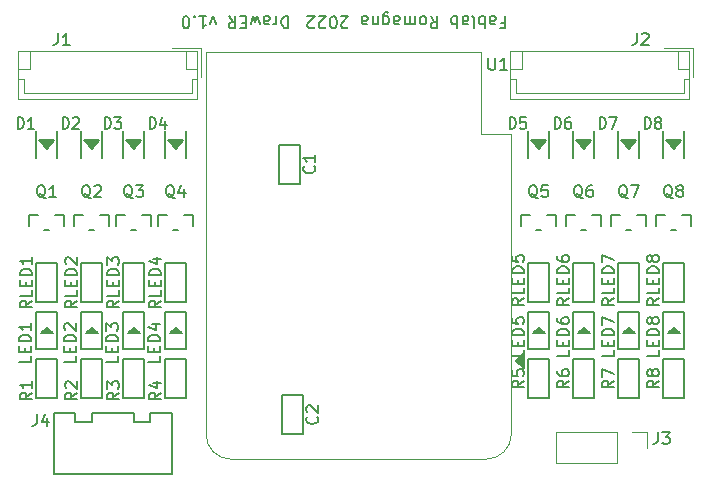
<source format=gbr>
%TF.GenerationSoftware,KiCad,Pcbnew,(5.1.10)-1*%
%TF.CreationDate,2022-04-18T16:41:03+02:00*%
%TF.ProjectId,ULN2803-Mosfet-S2-Mini,554c4e32-3830-4332-9d4d-6f736665742d,rev?*%
%TF.SameCoordinates,Original*%
%TF.FileFunction,Legend,Top*%
%TF.FilePolarity,Positive*%
%FSLAX46Y46*%
G04 Gerber Fmt 4.6, Leading zero omitted, Abs format (unit mm)*
G04 Created by KiCad (PCBNEW (5.1.10)-1) date 2022-04-18 16:41:03*
%MOMM*%
%LPD*%
G01*
G04 APERTURE LIST*
%ADD10C,0.150000*%
%ADD11C,0.120000*%
%ADD12C,0.127000*%
%ADD13C,0.066040*%
G04 APERTURE END LIST*
D10*
X59077809Y-72969428D02*
X59411142Y-72969428D01*
X59411142Y-72445619D02*
X59411142Y-73445619D01*
X58934952Y-73445619D01*
X58125428Y-72445619D02*
X58125428Y-72969428D01*
X58173047Y-73064666D01*
X58268285Y-73112285D01*
X58458761Y-73112285D01*
X58554000Y-73064666D01*
X58125428Y-72493238D02*
X58220666Y-72445619D01*
X58458761Y-72445619D01*
X58554000Y-72493238D01*
X58601619Y-72588476D01*
X58601619Y-72683714D01*
X58554000Y-72778952D01*
X58458761Y-72826571D01*
X58220666Y-72826571D01*
X58125428Y-72874190D01*
X57649238Y-72445619D02*
X57649238Y-73445619D01*
X57649238Y-73064666D02*
X57554000Y-73112285D01*
X57363523Y-73112285D01*
X57268285Y-73064666D01*
X57220666Y-73017047D01*
X57173047Y-72921809D01*
X57173047Y-72636095D01*
X57220666Y-72540857D01*
X57268285Y-72493238D01*
X57363523Y-72445619D01*
X57554000Y-72445619D01*
X57649238Y-72493238D01*
X56601619Y-72445619D02*
X56696857Y-72493238D01*
X56744476Y-72588476D01*
X56744476Y-73445619D01*
X55792095Y-72445619D02*
X55792095Y-72969428D01*
X55839714Y-73064666D01*
X55934952Y-73112285D01*
X56125428Y-73112285D01*
X56220666Y-73064666D01*
X55792095Y-72493238D02*
X55887333Y-72445619D01*
X56125428Y-72445619D01*
X56220666Y-72493238D01*
X56268285Y-72588476D01*
X56268285Y-72683714D01*
X56220666Y-72778952D01*
X56125428Y-72826571D01*
X55887333Y-72826571D01*
X55792095Y-72874190D01*
X55315904Y-72445619D02*
X55315904Y-73445619D01*
X55315904Y-73064666D02*
X55220666Y-73112285D01*
X55030190Y-73112285D01*
X54934952Y-73064666D01*
X54887333Y-73017047D01*
X54839714Y-72921809D01*
X54839714Y-72636095D01*
X54887333Y-72540857D01*
X54934952Y-72493238D01*
X55030190Y-72445619D01*
X55220666Y-72445619D01*
X55315904Y-72493238D01*
X53077809Y-72445619D02*
X53411142Y-72921809D01*
X53649238Y-72445619D02*
X53649238Y-73445619D01*
X53268285Y-73445619D01*
X53173047Y-73398000D01*
X53125428Y-73350380D01*
X53077809Y-73255142D01*
X53077809Y-73112285D01*
X53125428Y-73017047D01*
X53173047Y-72969428D01*
X53268285Y-72921809D01*
X53649238Y-72921809D01*
X52506380Y-72445619D02*
X52601619Y-72493238D01*
X52649238Y-72540857D01*
X52696857Y-72636095D01*
X52696857Y-72921809D01*
X52649238Y-73017047D01*
X52601619Y-73064666D01*
X52506380Y-73112285D01*
X52363523Y-73112285D01*
X52268285Y-73064666D01*
X52220666Y-73017047D01*
X52173047Y-72921809D01*
X52173047Y-72636095D01*
X52220666Y-72540857D01*
X52268285Y-72493238D01*
X52363523Y-72445619D01*
X52506380Y-72445619D01*
X51744476Y-72445619D02*
X51744476Y-73112285D01*
X51744476Y-73017047D02*
X51696857Y-73064666D01*
X51601619Y-73112285D01*
X51458761Y-73112285D01*
X51363523Y-73064666D01*
X51315904Y-72969428D01*
X51315904Y-72445619D01*
X51315904Y-72969428D02*
X51268285Y-73064666D01*
X51173047Y-73112285D01*
X51030190Y-73112285D01*
X50934952Y-73064666D01*
X50887333Y-72969428D01*
X50887333Y-72445619D01*
X49982571Y-72445619D02*
X49982571Y-72969428D01*
X50030190Y-73064666D01*
X50125428Y-73112285D01*
X50315904Y-73112285D01*
X50411142Y-73064666D01*
X49982571Y-72493238D02*
X50077809Y-72445619D01*
X50315904Y-72445619D01*
X50411142Y-72493238D01*
X50458761Y-72588476D01*
X50458761Y-72683714D01*
X50411142Y-72778952D01*
X50315904Y-72826571D01*
X50077809Y-72826571D01*
X49982571Y-72874190D01*
X49077809Y-73112285D02*
X49077809Y-72302761D01*
X49125428Y-72207523D01*
X49173047Y-72159904D01*
X49268285Y-72112285D01*
X49411142Y-72112285D01*
X49506380Y-72159904D01*
X49077809Y-72493238D02*
X49173047Y-72445619D01*
X49363523Y-72445619D01*
X49458761Y-72493238D01*
X49506380Y-72540857D01*
X49554000Y-72636095D01*
X49554000Y-72921809D01*
X49506380Y-73017047D01*
X49458761Y-73064666D01*
X49363523Y-73112285D01*
X49173047Y-73112285D01*
X49077809Y-73064666D01*
X48601619Y-73112285D02*
X48601619Y-72445619D01*
X48601619Y-73017047D02*
X48554000Y-73064666D01*
X48458761Y-73112285D01*
X48315904Y-73112285D01*
X48220666Y-73064666D01*
X48173047Y-72969428D01*
X48173047Y-72445619D01*
X47268285Y-72445619D02*
X47268285Y-72969428D01*
X47315904Y-73064666D01*
X47411142Y-73112285D01*
X47601619Y-73112285D01*
X47696857Y-73064666D01*
X47268285Y-72493238D02*
X47363523Y-72445619D01*
X47601619Y-72445619D01*
X47696857Y-72493238D01*
X47744476Y-72588476D01*
X47744476Y-72683714D01*
X47696857Y-72778952D01*
X47601619Y-72826571D01*
X47363523Y-72826571D01*
X47268285Y-72874190D01*
X46077809Y-73350380D02*
X46030190Y-73398000D01*
X45934952Y-73445619D01*
X45696857Y-73445619D01*
X45601619Y-73398000D01*
X45554000Y-73350380D01*
X45506380Y-73255142D01*
X45506380Y-73159904D01*
X45554000Y-73017047D01*
X46125428Y-72445619D01*
X45506380Y-72445619D01*
X44887333Y-73445619D02*
X44792095Y-73445619D01*
X44696857Y-73398000D01*
X44649238Y-73350380D01*
X44601619Y-73255142D01*
X44554000Y-73064666D01*
X44554000Y-72826571D01*
X44601619Y-72636095D01*
X44649238Y-72540857D01*
X44696857Y-72493238D01*
X44792095Y-72445619D01*
X44887333Y-72445619D01*
X44982571Y-72493238D01*
X45030190Y-72540857D01*
X45077809Y-72636095D01*
X45125428Y-72826571D01*
X45125428Y-73064666D01*
X45077809Y-73255142D01*
X45030190Y-73350380D01*
X44982571Y-73398000D01*
X44887333Y-73445619D01*
X44173047Y-73350380D02*
X44125428Y-73398000D01*
X44030190Y-73445619D01*
X43792095Y-73445619D01*
X43696857Y-73398000D01*
X43649238Y-73350380D01*
X43601619Y-73255142D01*
X43601619Y-73159904D01*
X43649238Y-73017047D01*
X44220666Y-72445619D01*
X43601619Y-72445619D01*
X43220666Y-73350380D02*
X43173047Y-73398000D01*
X43077809Y-73445619D01*
X42839714Y-73445619D01*
X42744476Y-73398000D01*
X42696857Y-73350380D01*
X42649238Y-73255142D01*
X42649238Y-73159904D01*
X42696857Y-73017047D01*
X43268285Y-72445619D01*
X42649238Y-72445619D01*
X41028380Y-72445619D02*
X41028380Y-73445619D01*
X40790285Y-73445619D01*
X40647428Y-73398000D01*
X40552190Y-73302761D01*
X40504571Y-73207523D01*
X40456952Y-73017047D01*
X40456952Y-72874190D01*
X40504571Y-72683714D01*
X40552190Y-72588476D01*
X40647428Y-72493238D01*
X40790285Y-72445619D01*
X41028380Y-72445619D01*
X40028380Y-72445619D02*
X40028380Y-73112285D01*
X40028380Y-72921809D02*
X39980761Y-73017047D01*
X39933142Y-73064666D01*
X39837904Y-73112285D01*
X39742666Y-73112285D01*
X38980761Y-72445619D02*
X38980761Y-72969428D01*
X39028380Y-73064666D01*
X39123619Y-73112285D01*
X39314095Y-73112285D01*
X39409333Y-73064666D01*
X38980761Y-72493238D02*
X39076000Y-72445619D01*
X39314095Y-72445619D01*
X39409333Y-72493238D01*
X39456952Y-72588476D01*
X39456952Y-72683714D01*
X39409333Y-72778952D01*
X39314095Y-72826571D01*
X39076000Y-72826571D01*
X38980761Y-72874190D01*
X38599809Y-73112285D02*
X38409333Y-72445619D01*
X38218857Y-72921809D01*
X38028380Y-72445619D01*
X37837904Y-73112285D01*
X37456952Y-72969428D02*
X37123619Y-72969428D01*
X36980761Y-72445619D02*
X37456952Y-72445619D01*
X37456952Y-73445619D01*
X36980761Y-73445619D01*
X35980761Y-72445619D02*
X36314095Y-72921809D01*
X36552190Y-72445619D02*
X36552190Y-73445619D01*
X36171238Y-73445619D01*
X36076000Y-73398000D01*
X36028380Y-73350380D01*
X35980761Y-73255142D01*
X35980761Y-73112285D01*
X36028380Y-73017047D01*
X36076000Y-72969428D01*
X36171238Y-72921809D01*
X36552190Y-72921809D01*
X34885523Y-73112285D02*
X34647428Y-72445619D01*
X34409333Y-73112285D01*
X33504571Y-72445619D02*
X34076000Y-72445619D01*
X33790285Y-72445619D02*
X33790285Y-73445619D01*
X33885523Y-73302761D01*
X33980761Y-73207523D01*
X34076000Y-73159904D01*
X33076000Y-72540857D02*
X33028380Y-72493238D01*
X33076000Y-72445619D01*
X33123619Y-72493238D01*
X33076000Y-72540857D01*
X33076000Y-72445619D01*
X32409333Y-73445619D02*
X32314095Y-73445619D01*
X32218857Y-73398000D01*
X32171238Y-73350380D01*
X32123619Y-73255142D01*
X32076000Y-73064666D01*
X32076000Y-72826571D01*
X32123619Y-72636095D01*
X32171238Y-72540857D01*
X32218857Y-72493238D01*
X32314095Y-72445619D01*
X32409333Y-72445619D01*
X32504571Y-72493238D01*
X32552190Y-72540857D01*
X32599809Y-72636095D01*
X32647428Y-72826571D01*
X32647428Y-73064666D01*
X32599809Y-73255142D01*
X32552190Y-73350380D01*
X32504571Y-73398000D01*
X32409333Y-73445619D01*
D11*
%TO.C,U1*%
X57380000Y-75480000D02*
X34060000Y-75480000D01*
X59920000Y-82380000D02*
X59920000Y-107810000D01*
X34060000Y-75480000D02*
X34060000Y-107810000D01*
X36180000Y-109940000D02*
X57790000Y-109940000D01*
D10*
G36*
X60960000Y-102235000D02*
G01*
X60960000Y-100965000D01*
X60325000Y-101600000D01*
X60960000Y-102235000D01*
G37*
X60960000Y-102235000D02*
X60960000Y-100965000D01*
X60325000Y-101600000D01*
X60960000Y-102235000D01*
D11*
X59920000Y-82380000D02*
X57380000Y-82380000D01*
X57380000Y-82380000D02*
X57380000Y-75480000D01*
X36190000Y-109940000D02*
G75*
G02*
X34060000Y-107810000I0J2130000D01*
G01*
X59920000Y-107810000D02*
G75*
G02*
X57790000Y-109940000I-2130000J0D01*
G01*
D12*
%TO.C,J4*%
X31162860Y-106016000D02*
X29362000Y-106016000D01*
X29337000Y-106016000D02*
X29337000Y-106807000D01*
X29337000Y-106807000D02*
X27940000Y-106807000D01*
X27940000Y-106807000D02*
X27940000Y-106016000D01*
X27943000Y-106016000D02*
X24387000Y-106016000D01*
X24387000Y-106016000D02*
X24387000Y-106807000D01*
X24384000Y-106807000D02*
X22987000Y-106807000D01*
X22987000Y-106807000D02*
X22987000Y-106016000D01*
X22987000Y-106016000D02*
X21162000Y-106016000D01*
X31160720Y-111165640D02*
X21163280Y-111165640D01*
X21162000Y-106016000D02*
X21162000Y-111165640D01*
X31160720Y-111165640D02*
X31160720Y-106016000D01*
X31160720Y-109964220D02*
X31160720Y-107967780D01*
D11*
%TO.C,J3*%
X71434000Y-107636000D02*
X71434000Y-108966000D01*
X70104000Y-107636000D02*
X71434000Y-107636000D01*
X68834000Y-107636000D02*
X68834000Y-110296000D01*
X68834000Y-110296000D02*
X63694000Y-110296000D01*
X68834000Y-107636000D02*
X63694000Y-107636000D01*
X63694000Y-107636000D02*
X63694000Y-110296000D01*
D12*
%TO.C,C1*%
X42037000Y-83313000D02*
X42037000Y-86615000D01*
X40259000Y-83313000D02*
X42037000Y-83313000D01*
X40259000Y-86615000D02*
X40259000Y-83313000D01*
X42037000Y-86615000D02*
X40259000Y-86615000D01*
D11*
%TO.C,J1*%
X33344000Y-79434000D02*
X33344000Y-75414000D01*
X33344000Y-75414000D02*
X18124000Y-75414000D01*
X18124000Y-75414000D02*
X18124000Y-79434000D01*
X18124000Y-79434000D02*
X33344000Y-79434000D01*
X33344000Y-77724000D02*
X32844000Y-77724000D01*
X32844000Y-77724000D02*
X32844000Y-78934000D01*
X32844000Y-78934000D02*
X18624000Y-78934000D01*
X18624000Y-78934000D02*
X18624000Y-77724000D01*
X18624000Y-77724000D02*
X18124000Y-77724000D01*
X33344000Y-76914000D02*
X32344000Y-76914000D01*
X32344000Y-76914000D02*
X32344000Y-75414000D01*
X18124000Y-76914000D02*
X19124000Y-76914000D01*
X19124000Y-76914000D02*
X19124000Y-75414000D01*
X33644000Y-77614000D02*
X33644000Y-75114000D01*
X33644000Y-75114000D02*
X31144000Y-75114000D01*
D12*
%TO.C,RLED4*%
X30607000Y-96647000D02*
X30607000Y-93345000D01*
X32385000Y-96647000D02*
X30607000Y-96647000D01*
X32385000Y-93345000D02*
X32385000Y-96647000D01*
X30607000Y-93345000D02*
X32385000Y-93345000D01*
%TO.C,RLED2*%
X23495000Y-96647000D02*
X23495000Y-93345000D01*
X25273000Y-96647000D02*
X23495000Y-96647000D01*
X25273000Y-93345000D02*
X25273000Y-96647000D01*
X23495000Y-93345000D02*
X25273000Y-93345000D01*
%TO.C,RLED3*%
X27051000Y-96647000D02*
X27051000Y-93345000D01*
X28829000Y-96647000D02*
X27051000Y-96647000D01*
X28829000Y-93345000D02*
X28829000Y-96647000D01*
X27051000Y-93345000D02*
X28829000Y-93345000D01*
%TO.C,R3*%
X27051000Y-104775000D02*
X27051000Y-101473000D01*
X28829000Y-104775000D02*
X27051000Y-104775000D01*
X28829000Y-101473000D02*
X28829000Y-104775000D01*
X27051000Y-101473000D02*
X28829000Y-101473000D01*
%TO.C,RLED1*%
X19685000Y-96647000D02*
X19685000Y-93345000D01*
X21463000Y-96647000D02*
X19685000Y-96647000D01*
X21463000Y-93345000D02*
X21463000Y-96647000D01*
X19685000Y-93345000D02*
X21463000Y-93345000D01*
%TO.C,R2*%
X23495000Y-104775000D02*
X23495000Y-101473000D01*
X25273000Y-104775000D02*
X23495000Y-104775000D01*
X25273000Y-101473000D02*
X25273000Y-104775000D01*
X23495000Y-101473000D02*
X25273000Y-101473000D01*
%TO.C,R1*%
X19685000Y-104775000D02*
X19685000Y-101473000D01*
X21463000Y-104775000D02*
X19685000Y-104775000D01*
X21463000Y-101473000D02*
X21463000Y-104775000D01*
X19685000Y-101473000D02*
X21463000Y-101473000D01*
%TO.C,Q4*%
X31305500Y-90551000D02*
X31686500Y-90551000D01*
X32956500Y-90170000D02*
X32956500Y-89281000D01*
X32956500Y-89281000D02*
X32194500Y-89281000D01*
X30797500Y-89281000D02*
X30035500Y-89281000D01*
X30035500Y-89281000D02*
X30035500Y-90170000D01*
%TO.C,Q2*%
X24193500Y-90551000D02*
X24574500Y-90551000D01*
X25844500Y-90170000D02*
X25844500Y-89281000D01*
X25844500Y-89281000D02*
X25082500Y-89281000D01*
X23685500Y-89281000D02*
X22923500Y-89281000D01*
X22923500Y-89281000D02*
X22923500Y-90170000D01*
%TO.C,Q1*%
X20383500Y-90551000D02*
X20764500Y-90551000D01*
X22034500Y-90170000D02*
X22034500Y-89281000D01*
X22034500Y-89281000D02*
X21272500Y-89281000D01*
X19875500Y-89281000D02*
X19113500Y-89281000D01*
X19113500Y-89281000D02*
X19113500Y-90170000D01*
D13*
%TO.C,LED2*%
X25273000Y-100647500D02*
X25273000Y-97472500D01*
X25273000Y-97472500D02*
X23495000Y-97472500D01*
X23495000Y-100647500D02*
X23495000Y-97472500D01*
X25273000Y-100647500D02*
X23495000Y-100647500D01*
D12*
X23495000Y-97472500D02*
X25273000Y-97472500D01*
X25273000Y-97472500D02*
X25273000Y-100647500D01*
X25273000Y-100647500D02*
X23495000Y-100647500D01*
X23495000Y-100647500D02*
X23495000Y-97472500D01*
X23876000Y-99250500D02*
X24130000Y-99250500D01*
X24130000Y-99250500D02*
X24384000Y-99250500D01*
X24384000Y-99250500D02*
X24638000Y-99250500D01*
X24638000Y-99250500D02*
X24892000Y-99250500D01*
X24892000Y-99250500D02*
X24638000Y-99060000D01*
X24638000Y-99060000D02*
X24384000Y-98869500D01*
X24384000Y-98869500D02*
X23876000Y-99250500D01*
X23876000Y-99250500D02*
X24447500Y-98933000D01*
X24447500Y-98933000D02*
X24130000Y-99250500D01*
X24130000Y-99250500D02*
X24511000Y-98996500D01*
X24511000Y-98996500D02*
X24384000Y-99250500D01*
X24384000Y-99250500D02*
X24638000Y-99060000D01*
X24638000Y-99060000D02*
X24638000Y-99250500D01*
%TO.C,D2*%
X24511000Y-83185000D02*
X24384000Y-83185000D01*
X24257000Y-83058000D02*
X24511000Y-83185000D01*
X24384000Y-83312000D02*
X24257000Y-83058000D01*
X24511000Y-83185000D02*
X24384000Y-83312000D01*
X24638000Y-83058000D02*
X24511000Y-83185000D01*
X24257000Y-83058000D02*
X24638000Y-83058000D01*
X24130000Y-83058000D02*
X24257000Y-83058000D01*
X24384000Y-83439000D02*
X24130000Y-83058000D01*
X24765000Y-83058000D02*
X24384000Y-83439000D01*
X24003000Y-82931000D02*
X24765000Y-83058000D01*
X24384000Y-83566000D02*
X24003000Y-82931000D01*
X24892000Y-83058000D02*
X24384000Y-83566000D01*
X23876000Y-82931000D02*
X24892000Y-83058000D01*
X24384000Y-83693000D02*
X23876000Y-82931000D01*
X25019000Y-82931000D02*
X24384000Y-83693000D01*
X24003000Y-82931000D02*
X25019000Y-82931000D01*
X23876000Y-82931000D02*
X24003000Y-82931000D01*
X23749000Y-82931000D02*
X23876000Y-82931000D01*
X24384000Y-83693000D02*
X23749000Y-82931000D01*
X23495000Y-84455000D02*
X23495000Y-82169000D01*
X25273000Y-82169000D02*
X25273000Y-84455000D01*
D13*
%TO.C,LED1*%
X21463000Y-100647500D02*
X21463000Y-97472500D01*
X21463000Y-97472500D02*
X19685000Y-97472500D01*
X19685000Y-100647500D02*
X19685000Y-97472500D01*
X21463000Y-100647500D02*
X19685000Y-100647500D01*
D12*
X19685000Y-97472500D02*
X21463000Y-97472500D01*
X21463000Y-97472500D02*
X21463000Y-100647500D01*
X21463000Y-100647500D02*
X19685000Y-100647500D01*
X19685000Y-100647500D02*
X19685000Y-97472500D01*
X20066000Y-99250500D02*
X20320000Y-99250500D01*
X20320000Y-99250500D02*
X20574000Y-99250500D01*
X20574000Y-99250500D02*
X20828000Y-99250500D01*
X20828000Y-99250500D02*
X21082000Y-99250500D01*
X21082000Y-99250500D02*
X20828000Y-99060000D01*
X20828000Y-99060000D02*
X20574000Y-98869500D01*
X20574000Y-98869500D02*
X20066000Y-99250500D01*
X20066000Y-99250500D02*
X20637500Y-98933000D01*
X20637500Y-98933000D02*
X20320000Y-99250500D01*
X20320000Y-99250500D02*
X20701000Y-98996500D01*
X20701000Y-98996500D02*
X20574000Y-99250500D01*
X20574000Y-99250500D02*
X20828000Y-99060000D01*
X20828000Y-99060000D02*
X20828000Y-99250500D01*
%TO.C,D4*%
X31623000Y-83185000D02*
X31496000Y-83185000D01*
X31369000Y-83058000D02*
X31623000Y-83185000D01*
X31496000Y-83312000D02*
X31369000Y-83058000D01*
X31623000Y-83185000D02*
X31496000Y-83312000D01*
X31750000Y-83058000D02*
X31623000Y-83185000D01*
X31369000Y-83058000D02*
X31750000Y-83058000D01*
X31242000Y-83058000D02*
X31369000Y-83058000D01*
X31496000Y-83439000D02*
X31242000Y-83058000D01*
X31877000Y-83058000D02*
X31496000Y-83439000D01*
X31115000Y-82931000D02*
X31877000Y-83058000D01*
X31496000Y-83566000D02*
X31115000Y-82931000D01*
X32004000Y-83058000D02*
X31496000Y-83566000D01*
X30988000Y-82931000D02*
X32004000Y-83058000D01*
X31496000Y-83693000D02*
X30988000Y-82931000D01*
X32131000Y-82931000D02*
X31496000Y-83693000D01*
X31115000Y-82931000D02*
X32131000Y-82931000D01*
X30988000Y-82931000D02*
X31115000Y-82931000D01*
X30861000Y-82931000D02*
X30988000Y-82931000D01*
X31496000Y-83693000D02*
X30861000Y-82931000D01*
X30607000Y-84455000D02*
X30607000Y-82169000D01*
X32385000Y-82169000D02*
X32385000Y-84455000D01*
%TO.C,D3*%
X28067000Y-83185000D02*
X27940000Y-83185000D01*
X27813000Y-83058000D02*
X28067000Y-83185000D01*
X27940000Y-83312000D02*
X27813000Y-83058000D01*
X28067000Y-83185000D02*
X27940000Y-83312000D01*
X28194000Y-83058000D02*
X28067000Y-83185000D01*
X27813000Y-83058000D02*
X28194000Y-83058000D01*
X27686000Y-83058000D02*
X27813000Y-83058000D01*
X27940000Y-83439000D02*
X27686000Y-83058000D01*
X28321000Y-83058000D02*
X27940000Y-83439000D01*
X27559000Y-82931000D02*
X28321000Y-83058000D01*
X27940000Y-83566000D02*
X27559000Y-82931000D01*
X28448000Y-83058000D02*
X27940000Y-83566000D01*
X27432000Y-82931000D02*
X28448000Y-83058000D01*
X27940000Y-83693000D02*
X27432000Y-82931000D01*
X28575000Y-82931000D02*
X27940000Y-83693000D01*
X27559000Y-82931000D02*
X28575000Y-82931000D01*
X27432000Y-82931000D02*
X27559000Y-82931000D01*
X27305000Y-82931000D02*
X27432000Y-82931000D01*
X27940000Y-83693000D02*
X27305000Y-82931000D01*
X27051000Y-84455000D02*
X27051000Y-82169000D01*
X28829000Y-82169000D02*
X28829000Y-84455000D01*
%TO.C,D1*%
X20701000Y-83185000D02*
X20574000Y-83185000D01*
X20447000Y-83058000D02*
X20701000Y-83185000D01*
X20574000Y-83312000D02*
X20447000Y-83058000D01*
X20701000Y-83185000D02*
X20574000Y-83312000D01*
X20828000Y-83058000D02*
X20701000Y-83185000D01*
X20447000Y-83058000D02*
X20828000Y-83058000D01*
X20320000Y-83058000D02*
X20447000Y-83058000D01*
X20574000Y-83439000D02*
X20320000Y-83058000D01*
X20955000Y-83058000D02*
X20574000Y-83439000D01*
X20193000Y-82931000D02*
X20955000Y-83058000D01*
X20574000Y-83566000D02*
X20193000Y-82931000D01*
X21082000Y-83058000D02*
X20574000Y-83566000D01*
X20066000Y-82931000D02*
X21082000Y-83058000D01*
X20574000Y-83693000D02*
X20066000Y-82931000D01*
X21209000Y-82931000D02*
X20574000Y-83693000D01*
X20193000Y-82931000D02*
X21209000Y-82931000D01*
X20066000Y-82931000D02*
X20193000Y-82931000D01*
X19939000Y-82931000D02*
X20066000Y-82931000D01*
X20574000Y-83693000D02*
X19939000Y-82931000D01*
X19685000Y-84455000D02*
X19685000Y-82169000D01*
X21463000Y-82169000D02*
X21463000Y-84455000D01*
D13*
%TO.C,LED4*%
X32385000Y-100647500D02*
X32385000Y-97472500D01*
X32385000Y-97472500D02*
X30607000Y-97472500D01*
X30607000Y-100647500D02*
X30607000Y-97472500D01*
X32385000Y-100647500D02*
X30607000Y-100647500D01*
D12*
X30607000Y-97472500D02*
X32385000Y-97472500D01*
X32385000Y-97472500D02*
X32385000Y-100647500D01*
X32385000Y-100647500D02*
X30607000Y-100647500D01*
X30607000Y-100647500D02*
X30607000Y-97472500D01*
X30988000Y-99250500D02*
X31242000Y-99250500D01*
X31242000Y-99250500D02*
X31496000Y-99250500D01*
X31496000Y-99250500D02*
X31750000Y-99250500D01*
X31750000Y-99250500D02*
X32004000Y-99250500D01*
X32004000Y-99250500D02*
X31750000Y-99060000D01*
X31750000Y-99060000D02*
X31496000Y-98869500D01*
X31496000Y-98869500D02*
X30988000Y-99250500D01*
X30988000Y-99250500D02*
X31559500Y-98933000D01*
X31559500Y-98933000D02*
X31242000Y-99250500D01*
X31242000Y-99250500D02*
X31623000Y-98996500D01*
X31623000Y-98996500D02*
X31496000Y-99250500D01*
X31496000Y-99250500D02*
X31750000Y-99060000D01*
X31750000Y-99060000D02*
X31750000Y-99250500D01*
%TO.C,R4*%
X30607000Y-104775000D02*
X30607000Y-101473000D01*
X32385000Y-104775000D02*
X30607000Y-104775000D01*
X32385000Y-101473000D02*
X32385000Y-104775000D01*
X30607000Y-101473000D02*
X32385000Y-101473000D01*
%TO.C,Q3*%
X27749500Y-90551000D02*
X28130500Y-90551000D01*
X29400500Y-90170000D02*
X29400500Y-89281000D01*
X29400500Y-89281000D02*
X28638500Y-89281000D01*
X27241500Y-89281000D02*
X26479500Y-89281000D01*
X26479500Y-89281000D02*
X26479500Y-90170000D01*
D13*
%TO.C,LED3*%
X28829000Y-100647500D02*
X28829000Y-97472500D01*
X28829000Y-97472500D02*
X27051000Y-97472500D01*
X27051000Y-100647500D02*
X27051000Y-97472500D01*
X28829000Y-100647500D02*
X27051000Y-100647500D01*
D12*
X27051000Y-97472500D02*
X28829000Y-97472500D01*
X28829000Y-97472500D02*
X28829000Y-100647500D01*
X28829000Y-100647500D02*
X27051000Y-100647500D01*
X27051000Y-100647500D02*
X27051000Y-97472500D01*
X27432000Y-99250500D02*
X27686000Y-99250500D01*
X27686000Y-99250500D02*
X27940000Y-99250500D01*
X27940000Y-99250500D02*
X28194000Y-99250500D01*
X28194000Y-99250500D02*
X28448000Y-99250500D01*
X28448000Y-99250500D02*
X28194000Y-99060000D01*
X28194000Y-99060000D02*
X27940000Y-98869500D01*
X27940000Y-98869500D02*
X27432000Y-99250500D01*
X27432000Y-99250500D02*
X28003500Y-98933000D01*
X28003500Y-98933000D02*
X27686000Y-99250500D01*
X27686000Y-99250500D02*
X28067000Y-98996500D01*
X28067000Y-98996500D02*
X27940000Y-99250500D01*
X27940000Y-99250500D02*
X28194000Y-99060000D01*
X28194000Y-99060000D02*
X28194000Y-99250500D01*
D11*
%TO.C,J2*%
X75000000Y-79434000D02*
X75000000Y-75414000D01*
X75000000Y-75414000D02*
X59780000Y-75414000D01*
X59780000Y-75414000D02*
X59780000Y-79434000D01*
X59780000Y-79434000D02*
X75000000Y-79434000D01*
X75000000Y-77724000D02*
X74500000Y-77724000D01*
X74500000Y-77724000D02*
X74500000Y-78934000D01*
X74500000Y-78934000D02*
X60280000Y-78934000D01*
X60280000Y-78934000D02*
X60280000Y-77724000D01*
X60280000Y-77724000D02*
X59780000Y-77724000D01*
X75000000Y-76914000D02*
X74000000Y-76914000D01*
X74000000Y-76914000D02*
X74000000Y-75414000D01*
X59780000Y-76914000D02*
X60780000Y-76914000D01*
X60780000Y-76914000D02*
X60780000Y-75414000D01*
X75300000Y-77614000D02*
X75300000Y-75114000D01*
X75300000Y-75114000D02*
X72800000Y-75114000D01*
D12*
%TO.C,D5*%
X63119000Y-82169000D02*
X63119000Y-84455000D01*
X61341000Y-84455000D02*
X61341000Y-82169000D01*
X62230000Y-83693000D02*
X61595000Y-82931000D01*
X61595000Y-82931000D02*
X61722000Y-82931000D01*
X61722000Y-82931000D02*
X61849000Y-82931000D01*
X61849000Y-82931000D02*
X62865000Y-82931000D01*
X62865000Y-82931000D02*
X62230000Y-83693000D01*
X62230000Y-83693000D02*
X61722000Y-82931000D01*
X61722000Y-82931000D02*
X62738000Y-83058000D01*
X62738000Y-83058000D02*
X62230000Y-83566000D01*
X62230000Y-83566000D02*
X61849000Y-82931000D01*
X61849000Y-82931000D02*
X62611000Y-83058000D01*
X62611000Y-83058000D02*
X62230000Y-83439000D01*
X62230000Y-83439000D02*
X61976000Y-83058000D01*
X61976000Y-83058000D02*
X62103000Y-83058000D01*
X62103000Y-83058000D02*
X62484000Y-83058000D01*
X62484000Y-83058000D02*
X62357000Y-83185000D01*
X62357000Y-83185000D02*
X62230000Y-83312000D01*
X62230000Y-83312000D02*
X62103000Y-83058000D01*
X62103000Y-83058000D02*
X62357000Y-83185000D01*
X62357000Y-83185000D02*
X62230000Y-83185000D01*
%TO.C,C2*%
X42291000Y-107823000D02*
X40513000Y-107823000D01*
X40513000Y-107823000D02*
X40513000Y-104521000D01*
X40513000Y-104521000D02*
X42291000Y-104521000D01*
X42291000Y-104521000D02*
X42291000Y-107823000D01*
%TO.C,D7*%
X70739000Y-82169000D02*
X70739000Y-84455000D01*
X68961000Y-84455000D02*
X68961000Y-82169000D01*
X69850000Y-83693000D02*
X69215000Y-82931000D01*
X69215000Y-82931000D02*
X69342000Y-82931000D01*
X69342000Y-82931000D02*
X69469000Y-82931000D01*
X69469000Y-82931000D02*
X70485000Y-82931000D01*
X70485000Y-82931000D02*
X69850000Y-83693000D01*
X69850000Y-83693000D02*
X69342000Y-82931000D01*
X69342000Y-82931000D02*
X70358000Y-83058000D01*
X70358000Y-83058000D02*
X69850000Y-83566000D01*
X69850000Y-83566000D02*
X69469000Y-82931000D01*
X69469000Y-82931000D02*
X70231000Y-83058000D01*
X70231000Y-83058000D02*
X69850000Y-83439000D01*
X69850000Y-83439000D02*
X69596000Y-83058000D01*
X69596000Y-83058000D02*
X69723000Y-83058000D01*
X69723000Y-83058000D02*
X70104000Y-83058000D01*
X70104000Y-83058000D02*
X69977000Y-83185000D01*
X69977000Y-83185000D02*
X69850000Y-83312000D01*
X69850000Y-83312000D02*
X69723000Y-83058000D01*
X69723000Y-83058000D02*
X69977000Y-83185000D01*
X69977000Y-83185000D02*
X69850000Y-83185000D01*
%TO.C,D8*%
X74549000Y-82169000D02*
X74549000Y-84455000D01*
X72771000Y-84455000D02*
X72771000Y-82169000D01*
X73660000Y-83693000D02*
X73025000Y-82931000D01*
X73025000Y-82931000D02*
X73152000Y-82931000D01*
X73152000Y-82931000D02*
X73279000Y-82931000D01*
X73279000Y-82931000D02*
X74295000Y-82931000D01*
X74295000Y-82931000D02*
X73660000Y-83693000D01*
X73660000Y-83693000D02*
X73152000Y-82931000D01*
X73152000Y-82931000D02*
X74168000Y-83058000D01*
X74168000Y-83058000D02*
X73660000Y-83566000D01*
X73660000Y-83566000D02*
X73279000Y-82931000D01*
X73279000Y-82931000D02*
X74041000Y-83058000D01*
X74041000Y-83058000D02*
X73660000Y-83439000D01*
X73660000Y-83439000D02*
X73406000Y-83058000D01*
X73406000Y-83058000D02*
X73533000Y-83058000D01*
X73533000Y-83058000D02*
X73914000Y-83058000D01*
X73914000Y-83058000D02*
X73787000Y-83185000D01*
X73787000Y-83185000D02*
X73660000Y-83312000D01*
X73660000Y-83312000D02*
X73533000Y-83058000D01*
X73533000Y-83058000D02*
X73787000Y-83185000D01*
X73787000Y-83185000D02*
X73660000Y-83185000D01*
%TO.C,D6*%
X66929000Y-82169000D02*
X66929000Y-84455000D01*
X65151000Y-84455000D02*
X65151000Y-82169000D01*
X66040000Y-83693000D02*
X65405000Y-82931000D01*
X65405000Y-82931000D02*
X65532000Y-82931000D01*
X65532000Y-82931000D02*
X65659000Y-82931000D01*
X65659000Y-82931000D02*
X66675000Y-82931000D01*
X66675000Y-82931000D02*
X66040000Y-83693000D01*
X66040000Y-83693000D02*
X65532000Y-82931000D01*
X65532000Y-82931000D02*
X66548000Y-83058000D01*
X66548000Y-83058000D02*
X66040000Y-83566000D01*
X66040000Y-83566000D02*
X65659000Y-82931000D01*
X65659000Y-82931000D02*
X66421000Y-83058000D01*
X66421000Y-83058000D02*
X66040000Y-83439000D01*
X66040000Y-83439000D02*
X65786000Y-83058000D01*
X65786000Y-83058000D02*
X65913000Y-83058000D01*
X65913000Y-83058000D02*
X66294000Y-83058000D01*
X66294000Y-83058000D02*
X66167000Y-83185000D01*
X66167000Y-83185000D02*
X66040000Y-83312000D01*
X66040000Y-83312000D02*
X65913000Y-83058000D01*
X65913000Y-83058000D02*
X66167000Y-83185000D01*
X66167000Y-83185000D02*
X66040000Y-83185000D01*
%TO.C,LED5*%
X62484000Y-99060000D02*
X62484000Y-99250500D01*
X62230000Y-99250500D02*
X62484000Y-99060000D01*
X62357000Y-98996500D02*
X62230000Y-99250500D01*
X61976000Y-99250500D02*
X62357000Y-98996500D01*
X62293500Y-98933000D02*
X61976000Y-99250500D01*
X61722000Y-99250500D02*
X62293500Y-98933000D01*
X62230000Y-98869500D02*
X61722000Y-99250500D01*
X62484000Y-99060000D02*
X62230000Y-98869500D01*
X62738000Y-99250500D02*
X62484000Y-99060000D01*
X62484000Y-99250500D02*
X62738000Y-99250500D01*
X62230000Y-99250500D02*
X62484000Y-99250500D01*
X61976000Y-99250500D02*
X62230000Y-99250500D01*
X61722000Y-99250500D02*
X61976000Y-99250500D01*
X61341000Y-100647500D02*
X61341000Y-97472500D01*
X63119000Y-100647500D02*
X61341000Y-100647500D01*
X63119000Y-97472500D02*
X63119000Y-100647500D01*
X61341000Y-97472500D02*
X63119000Y-97472500D01*
D13*
X63119000Y-100647500D02*
X61341000Y-100647500D01*
X61341000Y-100647500D02*
X61341000Y-97472500D01*
X63119000Y-97472500D02*
X61341000Y-97472500D01*
X63119000Y-100647500D02*
X63119000Y-97472500D01*
D12*
%TO.C,LED6*%
X66294000Y-99060000D02*
X66294000Y-99250500D01*
X66040000Y-99250500D02*
X66294000Y-99060000D01*
X66167000Y-98996500D02*
X66040000Y-99250500D01*
X65786000Y-99250500D02*
X66167000Y-98996500D01*
X66103500Y-98933000D02*
X65786000Y-99250500D01*
X65532000Y-99250500D02*
X66103500Y-98933000D01*
X66040000Y-98869500D02*
X65532000Y-99250500D01*
X66294000Y-99060000D02*
X66040000Y-98869500D01*
X66548000Y-99250500D02*
X66294000Y-99060000D01*
X66294000Y-99250500D02*
X66548000Y-99250500D01*
X66040000Y-99250500D02*
X66294000Y-99250500D01*
X65786000Y-99250500D02*
X66040000Y-99250500D01*
X65532000Y-99250500D02*
X65786000Y-99250500D01*
X65151000Y-100647500D02*
X65151000Y-97472500D01*
X66929000Y-100647500D02*
X65151000Y-100647500D01*
X66929000Y-97472500D02*
X66929000Y-100647500D01*
X65151000Y-97472500D02*
X66929000Y-97472500D01*
D13*
X66929000Y-100647500D02*
X65151000Y-100647500D01*
X65151000Y-100647500D02*
X65151000Y-97472500D01*
X66929000Y-97472500D02*
X65151000Y-97472500D01*
X66929000Y-100647500D02*
X66929000Y-97472500D01*
D12*
%TO.C,LED8*%
X73914000Y-99060000D02*
X73914000Y-99250500D01*
X73660000Y-99250500D02*
X73914000Y-99060000D01*
X73787000Y-98996500D02*
X73660000Y-99250500D01*
X73406000Y-99250500D02*
X73787000Y-98996500D01*
X73723500Y-98933000D02*
X73406000Y-99250500D01*
X73152000Y-99250500D02*
X73723500Y-98933000D01*
X73660000Y-98869500D02*
X73152000Y-99250500D01*
X73914000Y-99060000D02*
X73660000Y-98869500D01*
X74168000Y-99250500D02*
X73914000Y-99060000D01*
X73914000Y-99250500D02*
X74168000Y-99250500D01*
X73660000Y-99250500D02*
X73914000Y-99250500D01*
X73406000Y-99250500D02*
X73660000Y-99250500D01*
X73152000Y-99250500D02*
X73406000Y-99250500D01*
X72771000Y-100647500D02*
X72771000Y-97472500D01*
X74549000Y-100647500D02*
X72771000Y-100647500D01*
X74549000Y-97472500D02*
X74549000Y-100647500D01*
X72771000Y-97472500D02*
X74549000Y-97472500D01*
D13*
X74549000Y-100647500D02*
X72771000Y-100647500D01*
X72771000Y-100647500D02*
X72771000Y-97472500D01*
X74549000Y-97472500D02*
X72771000Y-97472500D01*
X74549000Y-100647500D02*
X74549000Y-97472500D01*
D12*
%TO.C,Q5*%
X60769500Y-89281000D02*
X60769500Y-90170000D01*
X61531500Y-89281000D02*
X60769500Y-89281000D01*
X63690500Y-89281000D02*
X62928500Y-89281000D01*
X63690500Y-90170000D02*
X63690500Y-89281000D01*
X62039500Y-90551000D02*
X62420500Y-90551000D01*
%TO.C,Q6*%
X64579500Y-89281000D02*
X64579500Y-90170000D01*
X65341500Y-89281000D02*
X64579500Y-89281000D01*
X67500500Y-89281000D02*
X66738500Y-89281000D01*
X67500500Y-90170000D02*
X67500500Y-89281000D01*
X65849500Y-90551000D02*
X66230500Y-90551000D01*
%TO.C,Q8*%
X72199500Y-89281000D02*
X72199500Y-90170000D01*
X72961500Y-89281000D02*
X72199500Y-89281000D01*
X75120500Y-89281000D02*
X74358500Y-89281000D01*
X75120500Y-90170000D02*
X75120500Y-89281000D01*
X73469500Y-90551000D02*
X73850500Y-90551000D01*
%TO.C,R5*%
X61341000Y-101473000D02*
X63119000Y-101473000D01*
X63119000Y-101473000D02*
X63119000Y-104775000D01*
X63119000Y-104775000D02*
X61341000Y-104775000D01*
X61341000Y-104775000D02*
X61341000Y-101473000D01*
%TO.C,R6*%
X65151000Y-101473000D02*
X66929000Y-101473000D01*
X66929000Y-101473000D02*
X66929000Y-104775000D01*
X66929000Y-104775000D02*
X65151000Y-104775000D01*
X65151000Y-104775000D02*
X65151000Y-101473000D01*
%TO.C,R7*%
X68961000Y-101473000D02*
X70739000Y-101473000D01*
X70739000Y-101473000D02*
X70739000Y-104775000D01*
X70739000Y-104775000D02*
X68961000Y-104775000D01*
X68961000Y-104775000D02*
X68961000Y-101473000D01*
%TO.C,RLED5*%
X61341000Y-93345000D02*
X63119000Y-93345000D01*
X63119000Y-93345000D02*
X63119000Y-96647000D01*
X63119000Y-96647000D02*
X61341000Y-96647000D01*
X61341000Y-96647000D02*
X61341000Y-93345000D01*
%TO.C,RLED7*%
X68961000Y-93345000D02*
X70739000Y-93345000D01*
X70739000Y-93345000D02*
X70739000Y-96647000D01*
X70739000Y-96647000D02*
X68961000Y-96647000D01*
X68961000Y-96647000D02*
X68961000Y-93345000D01*
%TO.C,RLED6*%
X65151000Y-93345000D02*
X66929000Y-93345000D01*
X66929000Y-93345000D02*
X66929000Y-96647000D01*
X66929000Y-96647000D02*
X65151000Y-96647000D01*
X65151000Y-96647000D02*
X65151000Y-93345000D01*
%TO.C,RLED8*%
X72771000Y-93345000D02*
X74549000Y-93345000D01*
X74549000Y-93345000D02*
X74549000Y-96647000D01*
X74549000Y-96647000D02*
X72771000Y-96647000D01*
X72771000Y-96647000D02*
X72771000Y-93345000D01*
%TO.C,LED7*%
X70104000Y-99060000D02*
X70104000Y-99250500D01*
X69850000Y-99250500D02*
X70104000Y-99060000D01*
X69977000Y-98996500D02*
X69850000Y-99250500D01*
X69596000Y-99250500D02*
X69977000Y-98996500D01*
X69913500Y-98933000D02*
X69596000Y-99250500D01*
X69342000Y-99250500D02*
X69913500Y-98933000D01*
X69850000Y-98869500D02*
X69342000Y-99250500D01*
X70104000Y-99060000D02*
X69850000Y-98869500D01*
X70358000Y-99250500D02*
X70104000Y-99060000D01*
X70104000Y-99250500D02*
X70358000Y-99250500D01*
X69850000Y-99250500D02*
X70104000Y-99250500D01*
X69596000Y-99250500D02*
X69850000Y-99250500D01*
X69342000Y-99250500D02*
X69596000Y-99250500D01*
X68961000Y-100647500D02*
X68961000Y-97472500D01*
X70739000Y-100647500D02*
X68961000Y-100647500D01*
X70739000Y-97472500D02*
X70739000Y-100647500D01*
X68961000Y-97472500D02*
X70739000Y-97472500D01*
D13*
X70739000Y-100647500D02*
X68961000Y-100647500D01*
X68961000Y-100647500D02*
X68961000Y-97472500D01*
X70739000Y-97472500D02*
X68961000Y-97472500D01*
X70739000Y-100647500D02*
X70739000Y-97472500D01*
D12*
%TO.C,Q7*%
X68389500Y-89281000D02*
X68389500Y-90170000D01*
X69151500Y-89281000D02*
X68389500Y-89281000D01*
X71310500Y-89281000D02*
X70548500Y-89281000D01*
X71310500Y-90170000D02*
X71310500Y-89281000D01*
X69659500Y-90551000D02*
X70040500Y-90551000D01*
%TO.C,R8*%
X72771000Y-101473000D02*
X74549000Y-101473000D01*
X74549000Y-101473000D02*
X74549000Y-104775000D01*
X74549000Y-104775000D02*
X72771000Y-104775000D01*
X72771000Y-104775000D02*
X72771000Y-101473000D01*
%TO.C,U1*%
D10*
X57975595Y-75969880D02*
X57975595Y-76779404D01*
X58023214Y-76874642D01*
X58070833Y-76922261D01*
X58166071Y-76969880D01*
X58356547Y-76969880D01*
X58451785Y-76922261D01*
X58499404Y-76874642D01*
X58547023Y-76779404D01*
X58547023Y-75969880D01*
X59547023Y-76969880D02*
X58975595Y-76969880D01*
X59261309Y-76969880D02*
X59261309Y-75969880D01*
X59166071Y-76112738D01*
X59070833Y-76207976D01*
X58975595Y-76255595D01*
%TO.C,J4*%
X19732666Y-106132380D02*
X19732666Y-106846666D01*
X19685047Y-106989523D01*
X19589809Y-107084761D01*
X19446952Y-107132380D01*
X19351714Y-107132380D01*
X20637428Y-106465714D02*
X20637428Y-107132380D01*
X20399333Y-106084761D02*
X20161238Y-106799047D01*
X20780285Y-106799047D01*
%TO.C,J3*%
X72310666Y-107656380D02*
X72310666Y-108370666D01*
X72263047Y-108513523D01*
X72167809Y-108608761D01*
X72024952Y-108656380D01*
X71929714Y-108656380D01*
X72691619Y-107656380D02*
X73310666Y-107656380D01*
X72977333Y-108037333D01*
X73120190Y-108037333D01*
X73215428Y-108084952D01*
X73263047Y-108132571D01*
X73310666Y-108227809D01*
X73310666Y-108465904D01*
X73263047Y-108561142D01*
X73215428Y-108608761D01*
X73120190Y-108656380D01*
X72834476Y-108656380D01*
X72739238Y-108608761D01*
X72691619Y-108561142D01*
%TO.C,C1*%
X43205142Y-85130666D02*
X43252761Y-85178285D01*
X43300380Y-85321142D01*
X43300380Y-85416380D01*
X43252761Y-85559238D01*
X43157523Y-85654476D01*
X43062285Y-85702095D01*
X42871809Y-85749714D01*
X42728952Y-85749714D01*
X42538476Y-85702095D01*
X42443238Y-85654476D01*
X42348000Y-85559238D01*
X42300380Y-85416380D01*
X42300380Y-85321142D01*
X42348000Y-85178285D01*
X42395619Y-85130666D01*
X43300380Y-84178285D02*
X43300380Y-84749714D01*
X43300380Y-84464000D02*
X42300380Y-84464000D01*
X42443238Y-84559238D01*
X42538476Y-84654476D01*
X42586095Y-84749714D01*
%TO.C,J1*%
X21510666Y-73874380D02*
X21510666Y-74588666D01*
X21463047Y-74731523D01*
X21367809Y-74826761D01*
X21224952Y-74874380D01*
X21129714Y-74874380D01*
X22510666Y-74874380D02*
X21939238Y-74874380D01*
X22224952Y-74874380D02*
X22224952Y-73874380D01*
X22129714Y-74017238D01*
X22034476Y-74112476D01*
X21939238Y-74160095D01*
%TO.C,RLED4*%
X30248380Y-96519809D02*
X29772190Y-96853142D01*
X30248380Y-97091238D02*
X29248380Y-97091238D01*
X29248380Y-96710285D01*
X29296000Y-96615047D01*
X29343619Y-96567428D01*
X29438857Y-96519809D01*
X29581714Y-96519809D01*
X29676952Y-96567428D01*
X29724571Y-96615047D01*
X29772190Y-96710285D01*
X29772190Y-97091238D01*
X30248380Y-95615047D02*
X30248380Y-96091238D01*
X29248380Y-96091238D01*
X29724571Y-95281714D02*
X29724571Y-94948380D01*
X30248380Y-94805523D02*
X30248380Y-95281714D01*
X29248380Y-95281714D01*
X29248380Y-94805523D01*
X30248380Y-94376952D02*
X29248380Y-94376952D01*
X29248380Y-94138857D01*
X29296000Y-93996000D01*
X29391238Y-93900761D01*
X29486476Y-93853142D01*
X29676952Y-93805523D01*
X29819809Y-93805523D01*
X30010285Y-93853142D01*
X30105523Y-93900761D01*
X30200761Y-93996000D01*
X30248380Y-94138857D01*
X30248380Y-94376952D01*
X29581714Y-92948380D02*
X30248380Y-92948380D01*
X29200761Y-93186476D02*
X29915047Y-93424571D01*
X29915047Y-92805523D01*
%TO.C,RLED2*%
X23136380Y-96519809D02*
X22660190Y-96853142D01*
X23136380Y-97091238D02*
X22136380Y-97091238D01*
X22136380Y-96710285D01*
X22184000Y-96615047D01*
X22231619Y-96567428D01*
X22326857Y-96519809D01*
X22469714Y-96519809D01*
X22564952Y-96567428D01*
X22612571Y-96615047D01*
X22660190Y-96710285D01*
X22660190Y-97091238D01*
X23136380Y-95615047D02*
X23136380Y-96091238D01*
X22136380Y-96091238D01*
X22612571Y-95281714D02*
X22612571Y-94948380D01*
X23136380Y-94805523D02*
X23136380Y-95281714D01*
X22136380Y-95281714D01*
X22136380Y-94805523D01*
X23136380Y-94376952D02*
X22136380Y-94376952D01*
X22136380Y-94138857D01*
X22184000Y-93996000D01*
X22279238Y-93900761D01*
X22374476Y-93853142D01*
X22564952Y-93805523D01*
X22707809Y-93805523D01*
X22898285Y-93853142D01*
X22993523Y-93900761D01*
X23088761Y-93996000D01*
X23136380Y-94138857D01*
X23136380Y-94376952D01*
X22231619Y-93424571D02*
X22184000Y-93376952D01*
X22136380Y-93281714D01*
X22136380Y-93043619D01*
X22184000Y-92948380D01*
X22231619Y-92900761D01*
X22326857Y-92853142D01*
X22422095Y-92853142D01*
X22564952Y-92900761D01*
X23136380Y-93472190D01*
X23136380Y-92853142D01*
%TO.C,RLED3*%
X26692380Y-96519809D02*
X26216190Y-96853142D01*
X26692380Y-97091238D02*
X25692380Y-97091238D01*
X25692380Y-96710285D01*
X25740000Y-96615047D01*
X25787619Y-96567428D01*
X25882857Y-96519809D01*
X26025714Y-96519809D01*
X26120952Y-96567428D01*
X26168571Y-96615047D01*
X26216190Y-96710285D01*
X26216190Y-97091238D01*
X26692380Y-95615047D02*
X26692380Y-96091238D01*
X25692380Y-96091238D01*
X26168571Y-95281714D02*
X26168571Y-94948380D01*
X26692380Y-94805523D02*
X26692380Y-95281714D01*
X25692380Y-95281714D01*
X25692380Y-94805523D01*
X26692380Y-94376952D02*
X25692380Y-94376952D01*
X25692380Y-94138857D01*
X25740000Y-93996000D01*
X25835238Y-93900761D01*
X25930476Y-93853142D01*
X26120952Y-93805523D01*
X26263809Y-93805523D01*
X26454285Y-93853142D01*
X26549523Y-93900761D01*
X26644761Y-93996000D01*
X26692380Y-94138857D01*
X26692380Y-94376952D01*
X25692380Y-93472190D02*
X25692380Y-92853142D01*
X26073333Y-93186476D01*
X26073333Y-93043619D01*
X26120952Y-92948380D01*
X26168571Y-92900761D01*
X26263809Y-92853142D01*
X26501904Y-92853142D01*
X26597142Y-92900761D01*
X26644761Y-92948380D01*
X26692380Y-93043619D01*
X26692380Y-93329333D01*
X26644761Y-93424571D01*
X26597142Y-93472190D01*
%TO.C,R3*%
X26692380Y-104306666D02*
X26216190Y-104640000D01*
X26692380Y-104878095D02*
X25692380Y-104878095D01*
X25692380Y-104497142D01*
X25740000Y-104401904D01*
X25787619Y-104354285D01*
X25882857Y-104306666D01*
X26025714Y-104306666D01*
X26120952Y-104354285D01*
X26168571Y-104401904D01*
X26216190Y-104497142D01*
X26216190Y-104878095D01*
X25692380Y-103973333D02*
X25692380Y-103354285D01*
X26073333Y-103687619D01*
X26073333Y-103544761D01*
X26120952Y-103449523D01*
X26168571Y-103401904D01*
X26263809Y-103354285D01*
X26501904Y-103354285D01*
X26597142Y-103401904D01*
X26644761Y-103449523D01*
X26692380Y-103544761D01*
X26692380Y-103830476D01*
X26644761Y-103925714D01*
X26597142Y-103973333D01*
%TO.C,RLED1*%
X19326380Y-96519809D02*
X18850190Y-96853142D01*
X19326380Y-97091238D02*
X18326380Y-97091238D01*
X18326380Y-96710285D01*
X18374000Y-96615047D01*
X18421619Y-96567428D01*
X18516857Y-96519809D01*
X18659714Y-96519809D01*
X18754952Y-96567428D01*
X18802571Y-96615047D01*
X18850190Y-96710285D01*
X18850190Y-97091238D01*
X19326380Y-95615047D02*
X19326380Y-96091238D01*
X18326380Y-96091238D01*
X18802571Y-95281714D02*
X18802571Y-94948380D01*
X19326380Y-94805523D02*
X19326380Y-95281714D01*
X18326380Y-95281714D01*
X18326380Y-94805523D01*
X19326380Y-94376952D02*
X18326380Y-94376952D01*
X18326380Y-94138857D01*
X18374000Y-93996000D01*
X18469238Y-93900761D01*
X18564476Y-93853142D01*
X18754952Y-93805523D01*
X18897809Y-93805523D01*
X19088285Y-93853142D01*
X19183523Y-93900761D01*
X19278761Y-93996000D01*
X19326380Y-94138857D01*
X19326380Y-94376952D01*
X19326380Y-92853142D02*
X19326380Y-93424571D01*
X19326380Y-93138857D02*
X18326380Y-93138857D01*
X18469238Y-93234095D01*
X18564476Y-93329333D01*
X18612095Y-93424571D01*
%TO.C,R2*%
X23136380Y-104306666D02*
X22660190Y-104640000D01*
X23136380Y-104878095D02*
X22136380Y-104878095D01*
X22136380Y-104497142D01*
X22184000Y-104401904D01*
X22231619Y-104354285D01*
X22326857Y-104306666D01*
X22469714Y-104306666D01*
X22564952Y-104354285D01*
X22612571Y-104401904D01*
X22660190Y-104497142D01*
X22660190Y-104878095D01*
X22231619Y-103925714D02*
X22184000Y-103878095D01*
X22136380Y-103782857D01*
X22136380Y-103544761D01*
X22184000Y-103449523D01*
X22231619Y-103401904D01*
X22326857Y-103354285D01*
X22422095Y-103354285D01*
X22564952Y-103401904D01*
X23136380Y-103973333D01*
X23136380Y-103354285D01*
%TO.C,R1*%
X19326380Y-104306666D02*
X18850190Y-104640000D01*
X19326380Y-104878095D02*
X18326380Y-104878095D01*
X18326380Y-104497142D01*
X18374000Y-104401904D01*
X18421619Y-104354285D01*
X18516857Y-104306666D01*
X18659714Y-104306666D01*
X18754952Y-104354285D01*
X18802571Y-104401904D01*
X18850190Y-104497142D01*
X18850190Y-104878095D01*
X19326380Y-103354285D02*
X19326380Y-103925714D01*
X19326380Y-103640000D02*
X18326380Y-103640000D01*
X18469238Y-103735238D01*
X18564476Y-103830476D01*
X18612095Y-103925714D01*
%TO.C,Q4*%
X31400761Y-87838619D02*
X31305523Y-87791000D01*
X31210285Y-87695761D01*
X31067428Y-87552904D01*
X30972190Y-87505285D01*
X30876952Y-87505285D01*
X30924571Y-87743380D02*
X30829333Y-87695761D01*
X30734095Y-87600523D01*
X30686476Y-87410047D01*
X30686476Y-87076714D01*
X30734095Y-86886238D01*
X30829333Y-86791000D01*
X30924571Y-86743380D01*
X31115047Y-86743380D01*
X31210285Y-86791000D01*
X31305523Y-86886238D01*
X31353142Y-87076714D01*
X31353142Y-87410047D01*
X31305523Y-87600523D01*
X31210285Y-87695761D01*
X31115047Y-87743380D01*
X30924571Y-87743380D01*
X32210285Y-87076714D02*
X32210285Y-87743380D01*
X31972190Y-86695761D02*
X31734095Y-87410047D01*
X32353142Y-87410047D01*
%TO.C,Q2*%
X24288761Y-87838619D02*
X24193523Y-87791000D01*
X24098285Y-87695761D01*
X23955428Y-87552904D01*
X23860190Y-87505285D01*
X23764952Y-87505285D01*
X23812571Y-87743380D02*
X23717333Y-87695761D01*
X23622095Y-87600523D01*
X23574476Y-87410047D01*
X23574476Y-87076714D01*
X23622095Y-86886238D01*
X23717333Y-86791000D01*
X23812571Y-86743380D01*
X24003047Y-86743380D01*
X24098285Y-86791000D01*
X24193523Y-86886238D01*
X24241142Y-87076714D01*
X24241142Y-87410047D01*
X24193523Y-87600523D01*
X24098285Y-87695761D01*
X24003047Y-87743380D01*
X23812571Y-87743380D01*
X24622095Y-86838619D02*
X24669714Y-86791000D01*
X24764952Y-86743380D01*
X25003047Y-86743380D01*
X25098285Y-86791000D01*
X25145904Y-86838619D01*
X25193523Y-86933857D01*
X25193523Y-87029095D01*
X25145904Y-87171952D01*
X24574476Y-87743380D01*
X25193523Y-87743380D01*
%TO.C,Q1*%
X20478761Y-87838619D02*
X20383523Y-87791000D01*
X20288285Y-87695761D01*
X20145428Y-87552904D01*
X20050190Y-87505285D01*
X19954952Y-87505285D01*
X20002571Y-87743380D02*
X19907333Y-87695761D01*
X19812095Y-87600523D01*
X19764476Y-87410047D01*
X19764476Y-87076714D01*
X19812095Y-86886238D01*
X19907333Y-86791000D01*
X20002571Y-86743380D01*
X20193047Y-86743380D01*
X20288285Y-86791000D01*
X20383523Y-86886238D01*
X20431142Y-87076714D01*
X20431142Y-87410047D01*
X20383523Y-87600523D01*
X20288285Y-87695761D01*
X20193047Y-87743380D01*
X20002571Y-87743380D01*
X21383523Y-87743380D02*
X20812095Y-87743380D01*
X21097809Y-87743380D02*
X21097809Y-86743380D01*
X21002571Y-86886238D01*
X20907333Y-86981476D01*
X20812095Y-87029095D01*
%TO.C,LED2*%
X23058380Y-101195047D02*
X23058380Y-101671238D01*
X22058380Y-101671238D01*
X22534571Y-100861714D02*
X22534571Y-100528380D01*
X23058380Y-100385523D02*
X23058380Y-100861714D01*
X22058380Y-100861714D01*
X22058380Y-100385523D01*
X23058380Y-99956952D02*
X22058380Y-99956952D01*
X22058380Y-99718857D01*
X22106000Y-99576000D01*
X22201238Y-99480761D01*
X22296476Y-99433142D01*
X22486952Y-99385523D01*
X22629809Y-99385523D01*
X22820285Y-99433142D01*
X22915523Y-99480761D01*
X23010761Y-99576000D01*
X23058380Y-99718857D01*
X23058380Y-99956952D01*
X22153619Y-99004571D02*
X22106000Y-98956952D01*
X22058380Y-98861714D01*
X22058380Y-98623619D01*
X22106000Y-98528380D01*
X22153619Y-98480761D01*
X22248857Y-98433142D01*
X22344095Y-98433142D01*
X22486952Y-98480761D01*
X23058380Y-99052190D01*
X23058380Y-98433142D01*
%TO.C,D2*%
X21941714Y-81986380D02*
X21941714Y-80986380D01*
X22156000Y-80986380D01*
X22284571Y-81034000D01*
X22370285Y-81129238D01*
X22413142Y-81224476D01*
X22456000Y-81414952D01*
X22456000Y-81557809D01*
X22413142Y-81748285D01*
X22370285Y-81843523D01*
X22284571Y-81938761D01*
X22156000Y-81986380D01*
X21941714Y-81986380D01*
X22798857Y-81081619D02*
X22841714Y-81034000D01*
X22927428Y-80986380D01*
X23141714Y-80986380D01*
X23227428Y-81034000D01*
X23270285Y-81081619D01*
X23313142Y-81176857D01*
X23313142Y-81272095D01*
X23270285Y-81414952D01*
X22756000Y-81986380D01*
X23313142Y-81986380D01*
%TO.C,LED1*%
X19248380Y-101195047D02*
X19248380Y-101671238D01*
X18248380Y-101671238D01*
X18724571Y-100861714D02*
X18724571Y-100528380D01*
X19248380Y-100385523D02*
X19248380Y-100861714D01*
X18248380Y-100861714D01*
X18248380Y-100385523D01*
X19248380Y-99956952D02*
X18248380Y-99956952D01*
X18248380Y-99718857D01*
X18296000Y-99576000D01*
X18391238Y-99480761D01*
X18486476Y-99433142D01*
X18676952Y-99385523D01*
X18819809Y-99385523D01*
X19010285Y-99433142D01*
X19105523Y-99480761D01*
X19200761Y-99576000D01*
X19248380Y-99718857D01*
X19248380Y-99956952D01*
X19248380Y-98433142D02*
X19248380Y-99004571D01*
X19248380Y-98718857D02*
X18248380Y-98718857D01*
X18391238Y-98814095D01*
X18486476Y-98909333D01*
X18534095Y-99004571D01*
%TO.C,D4*%
X29307714Y-81986380D02*
X29307714Y-80986380D01*
X29522000Y-80986380D01*
X29650571Y-81034000D01*
X29736285Y-81129238D01*
X29779142Y-81224476D01*
X29822000Y-81414952D01*
X29822000Y-81557809D01*
X29779142Y-81748285D01*
X29736285Y-81843523D01*
X29650571Y-81938761D01*
X29522000Y-81986380D01*
X29307714Y-81986380D01*
X30593428Y-81319714D02*
X30593428Y-81986380D01*
X30379142Y-80938761D02*
X30164857Y-81653047D01*
X30722000Y-81653047D01*
%TO.C,D3*%
X25497714Y-81986380D02*
X25497714Y-80986380D01*
X25712000Y-80986380D01*
X25840571Y-81034000D01*
X25926285Y-81129238D01*
X25969142Y-81224476D01*
X26012000Y-81414952D01*
X26012000Y-81557809D01*
X25969142Y-81748285D01*
X25926285Y-81843523D01*
X25840571Y-81938761D01*
X25712000Y-81986380D01*
X25497714Y-81986380D01*
X26312000Y-80986380D02*
X26869142Y-80986380D01*
X26569142Y-81367333D01*
X26697714Y-81367333D01*
X26783428Y-81414952D01*
X26826285Y-81462571D01*
X26869142Y-81557809D01*
X26869142Y-81795904D01*
X26826285Y-81891142D01*
X26783428Y-81938761D01*
X26697714Y-81986380D01*
X26440571Y-81986380D01*
X26354857Y-81938761D01*
X26312000Y-81891142D01*
%TO.C,D1*%
X18131714Y-81986380D02*
X18131714Y-80986380D01*
X18346000Y-80986380D01*
X18474571Y-81034000D01*
X18560285Y-81129238D01*
X18603142Y-81224476D01*
X18646000Y-81414952D01*
X18646000Y-81557809D01*
X18603142Y-81748285D01*
X18560285Y-81843523D01*
X18474571Y-81938761D01*
X18346000Y-81986380D01*
X18131714Y-81986380D01*
X19503142Y-81986380D02*
X18988857Y-81986380D01*
X19246000Y-81986380D02*
X19246000Y-80986380D01*
X19160285Y-81129238D01*
X19074571Y-81224476D01*
X18988857Y-81272095D01*
%TO.C,LED4*%
X30170380Y-101195047D02*
X30170380Y-101671238D01*
X29170380Y-101671238D01*
X29646571Y-100861714D02*
X29646571Y-100528380D01*
X30170380Y-100385523D02*
X30170380Y-100861714D01*
X29170380Y-100861714D01*
X29170380Y-100385523D01*
X30170380Y-99956952D02*
X29170380Y-99956952D01*
X29170380Y-99718857D01*
X29218000Y-99576000D01*
X29313238Y-99480761D01*
X29408476Y-99433142D01*
X29598952Y-99385523D01*
X29741809Y-99385523D01*
X29932285Y-99433142D01*
X30027523Y-99480761D01*
X30122761Y-99576000D01*
X30170380Y-99718857D01*
X30170380Y-99956952D01*
X29503714Y-98528380D02*
X30170380Y-98528380D01*
X29122761Y-98766476D02*
X29837047Y-99004571D01*
X29837047Y-98385523D01*
%TO.C,R4*%
X30248380Y-104306666D02*
X29772190Y-104640000D01*
X30248380Y-104878095D02*
X29248380Y-104878095D01*
X29248380Y-104497142D01*
X29296000Y-104401904D01*
X29343619Y-104354285D01*
X29438857Y-104306666D01*
X29581714Y-104306666D01*
X29676952Y-104354285D01*
X29724571Y-104401904D01*
X29772190Y-104497142D01*
X29772190Y-104878095D01*
X29581714Y-103449523D02*
X30248380Y-103449523D01*
X29200761Y-103687619D02*
X29915047Y-103925714D01*
X29915047Y-103306666D01*
%TO.C,Q3*%
X27844761Y-87838619D02*
X27749523Y-87791000D01*
X27654285Y-87695761D01*
X27511428Y-87552904D01*
X27416190Y-87505285D01*
X27320952Y-87505285D01*
X27368571Y-87743380D02*
X27273333Y-87695761D01*
X27178095Y-87600523D01*
X27130476Y-87410047D01*
X27130476Y-87076714D01*
X27178095Y-86886238D01*
X27273333Y-86791000D01*
X27368571Y-86743380D01*
X27559047Y-86743380D01*
X27654285Y-86791000D01*
X27749523Y-86886238D01*
X27797142Y-87076714D01*
X27797142Y-87410047D01*
X27749523Y-87600523D01*
X27654285Y-87695761D01*
X27559047Y-87743380D01*
X27368571Y-87743380D01*
X28130476Y-86743380D02*
X28749523Y-86743380D01*
X28416190Y-87124333D01*
X28559047Y-87124333D01*
X28654285Y-87171952D01*
X28701904Y-87219571D01*
X28749523Y-87314809D01*
X28749523Y-87552904D01*
X28701904Y-87648142D01*
X28654285Y-87695761D01*
X28559047Y-87743380D01*
X28273333Y-87743380D01*
X28178095Y-87695761D01*
X28130476Y-87648142D01*
%TO.C,LED3*%
X26614380Y-101195047D02*
X26614380Y-101671238D01*
X25614380Y-101671238D01*
X26090571Y-100861714D02*
X26090571Y-100528380D01*
X26614380Y-100385523D02*
X26614380Y-100861714D01*
X25614380Y-100861714D01*
X25614380Y-100385523D01*
X26614380Y-99956952D02*
X25614380Y-99956952D01*
X25614380Y-99718857D01*
X25662000Y-99576000D01*
X25757238Y-99480761D01*
X25852476Y-99433142D01*
X26042952Y-99385523D01*
X26185809Y-99385523D01*
X26376285Y-99433142D01*
X26471523Y-99480761D01*
X26566761Y-99576000D01*
X26614380Y-99718857D01*
X26614380Y-99956952D01*
X25614380Y-99052190D02*
X25614380Y-98433142D01*
X25995333Y-98766476D01*
X25995333Y-98623619D01*
X26042952Y-98528380D01*
X26090571Y-98480761D01*
X26185809Y-98433142D01*
X26423904Y-98433142D01*
X26519142Y-98480761D01*
X26566761Y-98528380D01*
X26614380Y-98623619D01*
X26614380Y-98909333D01*
X26566761Y-99004571D01*
X26519142Y-99052190D01*
%TO.C,J2*%
X70532666Y-73874380D02*
X70532666Y-74588666D01*
X70485047Y-74731523D01*
X70389809Y-74826761D01*
X70246952Y-74874380D01*
X70151714Y-74874380D01*
X70961238Y-73969619D02*
X71008857Y-73922000D01*
X71104095Y-73874380D01*
X71342190Y-73874380D01*
X71437428Y-73922000D01*
X71485047Y-73969619D01*
X71532666Y-74064857D01*
X71532666Y-74160095D01*
X71485047Y-74302952D01*
X70913619Y-74874380D01*
X71532666Y-74874380D01*
%TO.C,D5*%
X59787714Y-81986380D02*
X59787714Y-80986380D01*
X60002000Y-80986380D01*
X60130571Y-81034000D01*
X60216285Y-81129238D01*
X60259142Y-81224476D01*
X60302000Y-81414952D01*
X60302000Y-81557809D01*
X60259142Y-81748285D01*
X60216285Y-81843523D01*
X60130571Y-81938761D01*
X60002000Y-81986380D01*
X59787714Y-81986380D01*
X61116285Y-80986380D02*
X60687714Y-80986380D01*
X60644857Y-81462571D01*
X60687714Y-81414952D01*
X60773428Y-81367333D01*
X60987714Y-81367333D01*
X61073428Y-81414952D01*
X61116285Y-81462571D01*
X61159142Y-81557809D01*
X61159142Y-81795904D01*
X61116285Y-81891142D01*
X61073428Y-81938761D01*
X60987714Y-81986380D01*
X60773428Y-81986380D01*
X60687714Y-81938761D01*
X60644857Y-81891142D01*
%TO.C,C2*%
X43459142Y-106338666D02*
X43506761Y-106386285D01*
X43554380Y-106529142D01*
X43554380Y-106624380D01*
X43506761Y-106767238D01*
X43411523Y-106862476D01*
X43316285Y-106910095D01*
X43125809Y-106957714D01*
X42982952Y-106957714D01*
X42792476Y-106910095D01*
X42697238Y-106862476D01*
X42602000Y-106767238D01*
X42554380Y-106624380D01*
X42554380Y-106529142D01*
X42602000Y-106386285D01*
X42649619Y-106338666D01*
X42649619Y-105957714D02*
X42602000Y-105910095D01*
X42554380Y-105814857D01*
X42554380Y-105576761D01*
X42602000Y-105481523D01*
X42649619Y-105433904D01*
X42744857Y-105386285D01*
X42840095Y-105386285D01*
X42982952Y-105433904D01*
X43554380Y-106005333D01*
X43554380Y-105386285D01*
%TO.C,D7*%
X67407714Y-81986380D02*
X67407714Y-80986380D01*
X67622000Y-80986380D01*
X67750571Y-81034000D01*
X67836285Y-81129238D01*
X67879142Y-81224476D01*
X67922000Y-81414952D01*
X67922000Y-81557809D01*
X67879142Y-81748285D01*
X67836285Y-81843523D01*
X67750571Y-81938761D01*
X67622000Y-81986380D01*
X67407714Y-81986380D01*
X68222000Y-80986380D02*
X68822000Y-80986380D01*
X68436285Y-81986380D01*
%TO.C,D8*%
X71217714Y-81986380D02*
X71217714Y-80986380D01*
X71432000Y-80986380D01*
X71560571Y-81034000D01*
X71646285Y-81129238D01*
X71689142Y-81224476D01*
X71732000Y-81414952D01*
X71732000Y-81557809D01*
X71689142Y-81748285D01*
X71646285Y-81843523D01*
X71560571Y-81938761D01*
X71432000Y-81986380D01*
X71217714Y-81986380D01*
X72246285Y-81414952D02*
X72160571Y-81367333D01*
X72117714Y-81319714D01*
X72074857Y-81224476D01*
X72074857Y-81176857D01*
X72117714Y-81081619D01*
X72160571Y-81034000D01*
X72246285Y-80986380D01*
X72417714Y-80986380D01*
X72503428Y-81034000D01*
X72546285Y-81081619D01*
X72589142Y-81176857D01*
X72589142Y-81224476D01*
X72546285Y-81319714D01*
X72503428Y-81367333D01*
X72417714Y-81414952D01*
X72246285Y-81414952D01*
X72160571Y-81462571D01*
X72117714Y-81510190D01*
X72074857Y-81605428D01*
X72074857Y-81795904D01*
X72117714Y-81891142D01*
X72160571Y-81938761D01*
X72246285Y-81986380D01*
X72417714Y-81986380D01*
X72503428Y-81938761D01*
X72546285Y-81891142D01*
X72589142Y-81795904D01*
X72589142Y-81605428D01*
X72546285Y-81510190D01*
X72503428Y-81462571D01*
X72417714Y-81414952D01*
%TO.C,D6*%
X63597714Y-81986380D02*
X63597714Y-80986380D01*
X63812000Y-80986380D01*
X63940571Y-81034000D01*
X64026285Y-81129238D01*
X64069142Y-81224476D01*
X64112000Y-81414952D01*
X64112000Y-81557809D01*
X64069142Y-81748285D01*
X64026285Y-81843523D01*
X63940571Y-81938761D01*
X63812000Y-81986380D01*
X63597714Y-81986380D01*
X64883428Y-80986380D02*
X64712000Y-80986380D01*
X64626285Y-81034000D01*
X64583428Y-81081619D01*
X64497714Y-81224476D01*
X64454857Y-81414952D01*
X64454857Y-81795904D01*
X64497714Y-81891142D01*
X64540571Y-81938761D01*
X64626285Y-81986380D01*
X64797714Y-81986380D01*
X64883428Y-81938761D01*
X64926285Y-81891142D01*
X64969142Y-81795904D01*
X64969142Y-81557809D01*
X64926285Y-81462571D01*
X64883428Y-81414952D01*
X64797714Y-81367333D01*
X64626285Y-81367333D01*
X64540571Y-81414952D01*
X64497714Y-81462571D01*
X64454857Y-81557809D01*
%TO.C,LED5*%
X60967880Y-100687047D02*
X60967880Y-101163238D01*
X59967880Y-101163238D01*
X60444071Y-100353714D02*
X60444071Y-100020380D01*
X60967880Y-99877523D02*
X60967880Y-100353714D01*
X59967880Y-100353714D01*
X59967880Y-99877523D01*
X60967880Y-99448952D02*
X59967880Y-99448952D01*
X59967880Y-99210857D01*
X60015500Y-99068000D01*
X60110738Y-98972761D01*
X60205976Y-98925142D01*
X60396452Y-98877523D01*
X60539309Y-98877523D01*
X60729785Y-98925142D01*
X60825023Y-98972761D01*
X60920261Y-99068000D01*
X60967880Y-99210857D01*
X60967880Y-99448952D01*
X59967880Y-97972761D02*
X59967880Y-98448952D01*
X60444071Y-98496571D01*
X60396452Y-98448952D01*
X60348833Y-98353714D01*
X60348833Y-98115619D01*
X60396452Y-98020380D01*
X60444071Y-97972761D01*
X60539309Y-97925142D01*
X60777404Y-97925142D01*
X60872642Y-97972761D01*
X60920261Y-98020380D01*
X60967880Y-98115619D01*
X60967880Y-98353714D01*
X60920261Y-98448952D01*
X60872642Y-98496571D01*
%TO.C,LED6*%
X64777880Y-100687047D02*
X64777880Y-101163238D01*
X63777880Y-101163238D01*
X64254071Y-100353714D02*
X64254071Y-100020380D01*
X64777880Y-99877523D02*
X64777880Y-100353714D01*
X63777880Y-100353714D01*
X63777880Y-99877523D01*
X64777880Y-99448952D02*
X63777880Y-99448952D01*
X63777880Y-99210857D01*
X63825500Y-99068000D01*
X63920738Y-98972761D01*
X64015976Y-98925142D01*
X64206452Y-98877523D01*
X64349309Y-98877523D01*
X64539785Y-98925142D01*
X64635023Y-98972761D01*
X64730261Y-99068000D01*
X64777880Y-99210857D01*
X64777880Y-99448952D01*
X63777880Y-98020380D02*
X63777880Y-98210857D01*
X63825500Y-98306095D01*
X63873119Y-98353714D01*
X64015976Y-98448952D01*
X64206452Y-98496571D01*
X64587404Y-98496571D01*
X64682642Y-98448952D01*
X64730261Y-98401333D01*
X64777880Y-98306095D01*
X64777880Y-98115619D01*
X64730261Y-98020380D01*
X64682642Y-97972761D01*
X64587404Y-97925142D01*
X64349309Y-97925142D01*
X64254071Y-97972761D01*
X64206452Y-98020380D01*
X64158833Y-98115619D01*
X64158833Y-98306095D01*
X64206452Y-98401333D01*
X64254071Y-98448952D01*
X64349309Y-98496571D01*
%TO.C,LED8*%
X72397880Y-100687047D02*
X72397880Y-101163238D01*
X71397880Y-101163238D01*
X71874071Y-100353714D02*
X71874071Y-100020380D01*
X72397880Y-99877523D02*
X72397880Y-100353714D01*
X71397880Y-100353714D01*
X71397880Y-99877523D01*
X72397880Y-99448952D02*
X71397880Y-99448952D01*
X71397880Y-99210857D01*
X71445500Y-99068000D01*
X71540738Y-98972761D01*
X71635976Y-98925142D01*
X71826452Y-98877523D01*
X71969309Y-98877523D01*
X72159785Y-98925142D01*
X72255023Y-98972761D01*
X72350261Y-99068000D01*
X72397880Y-99210857D01*
X72397880Y-99448952D01*
X71826452Y-98306095D02*
X71778833Y-98401333D01*
X71731214Y-98448952D01*
X71635976Y-98496571D01*
X71588357Y-98496571D01*
X71493119Y-98448952D01*
X71445500Y-98401333D01*
X71397880Y-98306095D01*
X71397880Y-98115619D01*
X71445500Y-98020380D01*
X71493119Y-97972761D01*
X71588357Y-97925142D01*
X71635976Y-97925142D01*
X71731214Y-97972761D01*
X71778833Y-98020380D01*
X71826452Y-98115619D01*
X71826452Y-98306095D01*
X71874071Y-98401333D01*
X71921690Y-98448952D01*
X72016928Y-98496571D01*
X72207404Y-98496571D01*
X72302642Y-98448952D01*
X72350261Y-98401333D01*
X72397880Y-98306095D01*
X72397880Y-98115619D01*
X72350261Y-98020380D01*
X72302642Y-97972761D01*
X72207404Y-97925142D01*
X72016928Y-97925142D01*
X71921690Y-97972761D01*
X71874071Y-98020380D01*
X71826452Y-98115619D01*
%TO.C,Q5*%
X62134761Y-87838619D02*
X62039523Y-87791000D01*
X61944285Y-87695761D01*
X61801428Y-87552904D01*
X61706190Y-87505285D01*
X61610952Y-87505285D01*
X61658571Y-87743380D02*
X61563333Y-87695761D01*
X61468095Y-87600523D01*
X61420476Y-87410047D01*
X61420476Y-87076714D01*
X61468095Y-86886238D01*
X61563333Y-86791000D01*
X61658571Y-86743380D01*
X61849047Y-86743380D01*
X61944285Y-86791000D01*
X62039523Y-86886238D01*
X62087142Y-87076714D01*
X62087142Y-87410047D01*
X62039523Y-87600523D01*
X61944285Y-87695761D01*
X61849047Y-87743380D01*
X61658571Y-87743380D01*
X62991904Y-86743380D02*
X62515714Y-86743380D01*
X62468095Y-87219571D01*
X62515714Y-87171952D01*
X62610952Y-87124333D01*
X62849047Y-87124333D01*
X62944285Y-87171952D01*
X62991904Y-87219571D01*
X63039523Y-87314809D01*
X63039523Y-87552904D01*
X62991904Y-87648142D01*
X62944285Y-87695761D01*
X62849047Y-87743380D01*
X62610952Y-87743380D01*
X62515714Y-87695761D01*
X62468095Y-87648142D01*
%TO.C,Q6*%
X65944761Y-87838619D02*
X65849523Y-87791000D01*
X65754285Y-87695761D01*
X65611428Y-87552904D01*
X65516190Y-87505285D01*
X65420952Y-87505285D01*
X65468571Y-87743380D02*
X65373333Y-87695761D01*
X65278095Y-87600523D01*
X65230476Y-87410047D01*
X65230476Y-87076714D01*
X65278095Y-86886238D01*
X65373333Y-86791000D01*
X65468571Y-86743380D01*
X65659047Y-86743380D01*
X65754285Y-86791000D01*
X65849523Y-86886238D01*
X65897142Y-87076714D01*
X65897142Y-87410047D01*
X65849523Y-87600523D01*
X65754285Y-87695761D01*
X65659047Y-87743380D01*
X65468571Y-87743380D01*
X66754285Y-86743380D02*
X66563809Y-86743380D01*
X66468571Y-86791000D01*
X66420952Y-86838619D01*
X66325714Y-86981476D01*
X66278095Y-87171952D01*
X66278095Y-87552904D01*
X66325714Y-87648142D01*
X66373333Y-87695761D01*
X66468571Y-87743380D01*
X66659047Y-87743380D01*
X66754285Y-87695761D01*
X66801904Y-87648142D01*
X66849523Y-87552904D01*
X66849523Y-87314809D01*
X66801904Y-87219571D01*
X66754285Y-87171952D01*
X66659047Y-87124333D01*
X66468571Y-87124333D01*
X66373333Y-87171952D01*
X66325714Y-87219571D01*
X66278095Y-87314809D01*
%TO.C,Q8*%
X73564761Y-87838619D02*
X73469523Y-87791000D01*
X73374285Y-87695761D01*
X73231428Y-87552904D01*
X73136190Y-87505285D01*
X73040952Y-87505285D01*
X73088571Y-87743380D02*
X72993333Y-87695761D01*
X72898095Y-87600523D01*
X72850476Y-87410047D01*
X72850476Y-87076714D01*
X72898095Y-86886238D01*
X72993333Y-86791000D01*
X73088571Y-86743380D01*
X73279047Y-86743380D01*
X73374285Y-86791000D01*
X73469523Y-86886238D01*
X73517142Y-87076714D01*
X73517142Y-87410047D01*
X73469523Y-87600523D01*
X73374285Y-87695761D01*
X73279047Y-87743380D01*
X73088571Y-87743380D01*
X74088571Y-87171952D02*
X73993333Y-87124333D01*
X73945714Y-87076714D01*
X73898095Y-86981476D01*
X73898095Y-86933857D01*
X73945714Y-86838619D01*
X73993333Y-86791000D01*
X74088571Y-86743380D01*
X74279047Y-86743380D01*
X74374285Y-86791000D01*
X74421904Y-86838619D01*
X74469523Y-86933857D01*
X74469523Y-86981476D01*
X74421904Y-87076714D01*
X74374285Y-87124333D01*
X74279047Y-87171952D01*
X74088571Y-87171952D01*
X73993333Y-87219571D01*
X73945714Y-87267190D01*
X73898095Y-87362428D01*
X73898095Y-87552904D01*
X73945714Y-87648142D01*
X73993333Y-87695761D01*
X74088571Y-87743380D01*
X74279047Y-87743380D01*
X74374285Y-87695761D01*
X74421904Y-87648142D01*
X74469523Y-87552904D01*
X74469523Y-87362428D01*
X74421904Y-87267190D01*
X74374285Y-87219571D01*
X74279047Y-87171952D01*
%TO.C,R5*%
X60982380Y-103290666D02*
X60506190Y-103624000D01*
X60982380Y-103862095D02*
X59982380Y-103862095D01*
X59982380Y-103481142D01*
X60030000Y-103385904D01*
X60077619Y-103338285D01*
X60172857Y-103290666D01*
X60315714Y-103290666D01*
X60410952Y-103338285D01*
X60458571Y-103385904D01*
X60506190Y-103481142D01*
X60506190Y-103862095D01*
X59982380Y-102385904D02*
X59982380Y-102862095D01*
X60458571Y-102909714D01*
X60410952Y-102862095D01*
X60363333Y-102766857D01*
X60363333Y-102528761D01*
X60410952Y-102433523D01*
X60458571Y-102385904D01*
X60553809Y-102338285D01*
X60791904Y-102338285D01*
X60887142Y-102385904D01*
X60934761Y-102433523D01*
X60982380Y-102528761D01*
X60982380Y-102766857D01*
X60934761Y-102862095D01*
X60887142Y-102909714D01*
%TO.C,R6*%
X64792380Y-103290666D02*
X64316190Y-103624000D01*
X64792380Y-103862095D02*
X63792380Y-103862095D01*
X63792380Y-103481142D01*
X63840000Y-103385904D01*
X63887619Y-103338285D01*
X63982857Y-103290666D01*
X64125714Y-103290666D01*
X64220952Y-103338285D01*
X64268571Y-103385904D01*
X64316190Y-103481142D01*
X64316190Y-103862095D01*
X63792380Y-102433523D02*
X63792380Y-102624000D01*
X63840000Y-102719238D01*
X63887619Y-102766857D01*
X64030476Y-102862095D01*
X64220952Y-102909714D01*
X64601904Y-102909714D01*
X64697142Y-102862095D01*
X64744761Y-102814476D01*
X64792380Y-102719238D01*
X64792380Y-102528761D01*
X64744761Y-102433523D01*
X64697142Y-102385904D01*
X64601904Y-102338285D01*
X64363809Y-102338285D01*
X64268571Y-102385904D01*
X64220952Y-102433523D01*
X64173333Y-102528761D01*
X64173333Y-102719238D01*
X64220952Y-102814476D01*
X64268571Y-102862095D01*
X64363809Y-102909714D01*
%TO.C,R7*%
X68602380Y-103290666D02*
X68126190Y-103624000D01*
X68602380Y-103862095D02*
X67602380Y-103862095D01*
X67602380Y-103481142D01*
X67650000Y-103385904D01*
X67697619Y-103338285D01*
X67792857Y-103290666D01*
X67935714Y-103290666D01*
X68030952Y-103338285D01*
X68078571Y-103385904D01*
X68126190Y-103481142D01*
X68126190Y-103862095D01*
X67602380Y-102957333D02*
X67602380Y-102290666D01*
X68602380Y-102719238D01*
%TO.C,RLED5*%
X60967880Y-96329309D02*
X60491690Y-96662642D01*
X60967880Y-96900738D02*
X59967880Y-96900738D01*
X59967880Y-96519785D01*
X60015500Y-96424547D01*
X60063119Y-96376928D01*
X60158357Y-96329309D01*
X60301214Y-96329309D01*
X60396452Y-96376928D01*
X60444071Y-96424547D01*
X60491690Y-96519785D01*
X60491690Y-96900738D01*
X60967880Y-95424547D02*
X60967880Y-95900738D01*
X59967880Y-95900738D01*
X60444071Y-95091214D02*
X60444071Y-94757880D01*
X60967880Y-94615023D02*
X60967880Y-95091214D01*
X59967880Y-95091214D01*
X59967880Y-94615023D01*
X60967880Y-94186452D02*
X59967880Y-94186452D01*
X59967880Y-93948357D01*
X60015500Y-93805500D01*
X60110738Y-93710261D01*
X60205976Y-93662642D01*
X60396452Y-93615023D01*
X60539309Y-93615023D01*
X60729785Y-93662642D01*
X60825023Y-93710261D01*
X60920261Y-93805500D01*
X60967880Y-93948357D01*
X60967880Y-94186452D01*
X59967880Y-92710261D02*
X59967880Y-93186452D01*
X60444071Y-93234071D01*
X60396452Y-93186452D01*
X60348833Y-93091214D01*
X60348833Y-92853119D01*
X60396452Y-92757880D01*
X60444071Y-92710261D01*
X60539309Y-92662642D01*
X60777404Y-92662642D01*
X60872642Y-92710261D01*
X60920261Y-92757880D01*
X60967880Y-92853119D01*
X60967880Y-93091214D01*
X60920261Y-93186452D01*
X60872642Y-93234071D01*
%TO.C,RLED7*%
X68587880Y-96329309D02*
X68111690Y-96662642D01*
X68587880Y-96900738D02*
X67587880Y-96900738D01*
X67587880Y-96519785D01*
X67635500Y-96424547D01*
X67683119Y-96376928D01*
X67778357Y-96329309D01*
X67921214Y-96329309D01*
X68016452Y-96376928D01*
X68064071Y-96424547D01*
X68111690Y-96519785D01*
X68111690Y-96900738D01*
X68587880Y-95424547D02*
X68587880Y-95900738D01*
X67587880Y-95900738D01*
X68064071Y-95091214D02*
X68064071Y-94757880D01*
X68587880Y-94615023D02*
X68587880Y-95091214D01*
X67587880Y-95091214D01*
X67587880Y-94615023D01*
X68587880Y-94186452D02*
X67587880Y-94186452D01*
X67587880Y-93948357D01*
X67635500Y-93805500D01*
X67730738Y-93710261D01*
X67825976Y-93662642D01*
X68016452Y-93615023D01*
X68159309Y-93615023D01*
X68349785Y-93662642D01*
X68445023Y-93710261D01*
X68540261Y-93805500D01*
X68587880Y-93948357D01*
X68587880Y-94186452D01*
X67587880Y-93281690D02*
X67587880Y-92615023D01*
X68587880Y-93043595D01*
%TO.C,RLED6*%
X64792380Y-96329309D02*
X64316190Y-96662642D01*
X64792380Y-96900738D02*
X63792380Y-96900738D01*
X63792380Y-96519785D01*
X63840000Y-96424547D01*
X63887619Y-96376928D01*
X63982857Y-96329309D01*
X64125714Y-96329309D01*
X64220952Y-96376928D01*
X64268571Y-96424547D01*
X64316190Y-96519785D01*
X64316190Y-96900738D01*
X64792380Y-95424547D02*
X64792380Y-95900738D01*
X63792380Y-95900738D01*
X64268571Y-95091214D02*
X64268571Y-94757880D01*
X64792380Y-94615023D02*
X64792380Y-95091214D01*
X63792380Y-95091214D01*
X63792380Y-94615023D01*
X64792380Y-94186452D02*
X63792380Y-94186452D01*
X63792380Y-93948357D01*
X63840000Y-93805500D01*
X63935238Y-93710261D01*
X64030476Y-93662642D01*
X64220952Y-93615023D01*
X64363809Y-93615023D01*
X64554285Y-93662642D01*
X64649523Y-93710261D01*
X64744761Y-93805500D01*
X64792380Y-93948357D01*
X64792380Y-94186452D01*
X63792380Y-92757880D02*
X63792380Y-92948357D01*
X63840000Y-93043595D01*
X63887619Y-93091214D01*
X64030476Y-93186452D01*
X64220952Y-93234071D01*
X64601904Y-93234071D01*
X64697142Y-93186452D01*
X64744761Y-93138833D01*
X64792380Y-93043595D01*
X64792380Y-92853119D01*
X64744761Y-92757880D01*
X64697142Y-92710261D01*
X64601904Y-92662642D01*
X64363809Y-92662642D01*
X64268571Y-92710261D01*
X64220952Y-92757880D01*
X64173333Y-92853119D01*
X64173333Y-93043595D01*
X64220952Y-93138833D01*
X64268571Y-93186452D01*
X64363809Y-93234071D01*
%TO.C,RLED8*%
X72397880Y-96329309D02*
X71921690Y-96662642D01*
X72397880Y-96900738D02*
X71397880Y-96900738D01*
X71397880Y-96519785D01*
X71445500Y-96424547D01*
X71493119Y-96376928D01*
X71588357Y-96329309D01*
X71731214Y-96329309D01*
X71826452Y-96376928D01*
X71874071Y-96424547D01*
X71921690Y-96519785D01*
X71921690Y-96900738D01*
X72397880Y-95424547D02*
X72397880Y-95900738D01*
X71397880Y-95900738D01*
X71874071Y-95091214D02*
X71874071Y-94757880D01*
X72397880Y-94615023D02*
X72397880Y-95091214D01*
X71397880Y-95091214D01*
X71397880Y-94615023D01*
X72397880Y-94186452D02*
X71397880Y-94186452D01*
X71397880Y-93948357D01*
X71445500Y-93805500D01*
X71540738Y-93710261D01*
X71635976Y-93662642D01*
X71826452Y-93615023D01*
X71969309Y-93615023D01*
X72159785Y-93662642D01*
X72255023Y-93710261D01*
X72350261Y-93805500D01*
X72397880Y-93948357D01*
X72397880Y-94186452D01*
X71826452Y-93043595D02*
X71778833Y-93138833D01*
X71731214Y-93186452D01*
X71635976Y-93234071D01*
X71588357Y-93234071D01*
X71493119Y-93186452D01*
X71445500Y-93138833D01*
X71397880Y-93043595D01*
X71397880Y-92853119D01*
X71445500Y-92757880D01*
X71493119Y-92710261D01*
X71588357Y-92662642D01*
X71635976Y-92662642D01*
X71731214Y-92710261D01*
X71778833Y-92757880D01*
X71826452Y-92853119D01*
X71826452Y-93043595D01*
X71874071Y-93138833D01*
X71921690Y-93186452D01*
X72016928Y-93234071D01*
X72207404Y-93234071D01*
X72302642Y-93186452D01*
X72350261Y-93138833D01*
X72397880Y-93043595D01*
X72397880Y-92853119D01*
X72350261Y-92757880D01*
X72302642Y-92710261D01*
X72207404Y-92662642D01*
X72016928Y-92662642D01*
X71921690Y-92710261D01*
X71874071Y-92757880D01*
X71826452Y-92853119D01*
%TO.C,LED7*%
X68587880Y-100687047D02*
X68587880Y-101163238D01*
X67587880Y-101163238D01*
X68064071Y-100353714D02*
X68064071Y-100020380D01*
X68587880Y-99877523D02*
X68587880Y-100353714D01*
X67587880Y-100353714D01*
X67587880Y-99877523D01*
X68587880Y-99448952D02*
X67587880Y-99448952D01*
X67587880Y-99210857D01*
X67635500Y-99068000D01*
X67730738Y-98972761D01*
X67825976Y-98925142D01*
X68016452Y-98877523D01*
X68159309Y-98877523D01*
X68349785Y-98925142D01*
X68445023Y-98972761D01*
X68540261Y-99068000D01*
X68587880Y-99210857D01*
X68587880Y-99448952D01*
X67587880Y-98544190D02*
X67587880Y-97877523D01*
X68587880Y-98306095D01*
%TO.C,Q7*%
X69754761Y-87838619D02*
X69659523Y-87791000D01*
X69564285Y-87695761D01*
X69421428Y-87552904D01*
X69326190Y-87505285D01*
X69230952Y-87505285D01*
X69278571Y-87743380D02*
X69183333Y-87695761D01*
X69088095Y-87600523D01*
X69040476Y-87410047D01*
X69040476Y-87076714D01*
X69088095Y-86886238D01*
X69183333Y-86791000D01*
X69278571Y-86743380D01*
X69469047Y-86743380D01*
X69564285Y-86791000D01*
X69659523Y-86886238D01*
X69707142Y-87076714D01*
X69707142Y-87410047D01*
X69659523Y-87600523D01*
X69564285Y-87695761D01*
X69469047Y-87743380D01*
X69278571Y-87743380D01*
X70040476Y-86743380D02*
X70707142Y-86743380D01*
X70278571Y-87743380D01*
%TO.C,R8*%
X72412380Y-103290666D02*
X71936190Y-103624000D01*
X72412380Y-103862095D02*
X71412380Y-103862095D01*
X71412380Y-103481142D01*
X71460000Y-103385904D01*
X71507619Y-103338285D01*
X71602857Y-103290666D01*
X71745714Y-103290666D01*
X71840952Y-103338285D01*
X71888571Y-103385904D01*
X71936190Y-103481142D01*
X71936190Y-103862095D01*
X71840952Y-102719238D02*
X71793333Y-102814476D01*
X71745714Y-102862095D01*
X71650476Y-102909714D01*
X71602857Y-102909714D01*
X71507619Y-102862095D01*
X71460000Y-102814476D01*
X71412380Y-102719238D01*
X71412380Y-102528761D01*
X71460000Y-102433523D01*
X71507619Y-102385904D01*
X71602857Y-102338285D01*
X71650476Y-102338285D01*
X71745714Y-102385904D01*
X71793333Y-102433523D01*
X71840952Y-102528761D01*
X71840952Y-102719238D01*
X71888571Y-102814476D01*
X71936190Y-102862095D01*
X72031428Y-102909714D01*
X72221904Y-102909714D01*
X72317142Y-102862095D01*
X72364761Y-102814476D01*
X72412380Y-102719238D01*
X72412380Y-102528761D01*
X72364761Y-102433523D01*
X72317142Y-102385904D01*
X72221904Y-102338285D01*
X72031428Y-102338285D01*
X71936190Y-102385904D01*
X71888571Y-102433523D01*
X71840952Y-102528761D01*
%TD*%
M02*

</source>
